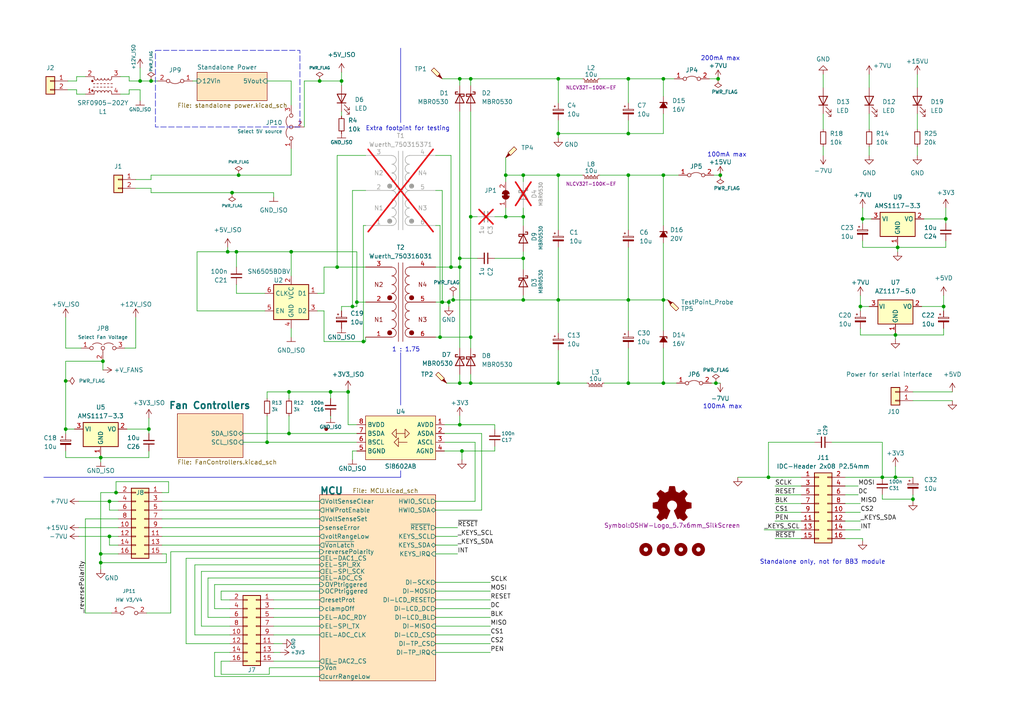
<source format=kicad_sch>
(kicad_sch (version 20230121) (generator eeschema)
  (paper "A4")
  (title_block (title "EL-Load-Power-MCU") (date "2024-09-14") (rev "${VERSION}r${PCBVERSION}"))
  (junction (at 19.05 124.46))
  (junction (at 66.04 73.025))
  (junction (at 259.715 97.155))
  (junction (at 69.215 50.8))
  (junction (at 161.925 86.995))
  (junction (at 249.555 88.9))
  (junction (at 161.925 111.125))
  (junction (at 92.71 23.495))
  (junction (at 102.235 88.9))
  (junction (at 151.765 86.995))
  (junction (at 43.815 23.495))
  (junction (at 29.21 163.195))
  (junction (at 250.19 63.5))
  (junction (at 260.35 71.755))
  (junction (at 146.685 50.8))
  (junction (at 133.35 77.47))
  (junction (at 146.685 62.865))
  (junction (at 29.21 132.715))
  (junction (at 83.82 113.665))
  (junction (at 29.21 160.655))
  (junction (at 40.64 23.495))
  (junction (at 182.245 38.735))
  (junction (at 222.885 138.43))
  (junction (at 133.35 123.19))
  (junction (at 77.47 128.27))
  (junction (at 151.765 74.93))
  (junction (at 182.245 22.86))
  (junction (at 19.05 110.49))
  (junction (at 83.82 125.73))
  (junction (at 130.81 77.47))
  (junction (at 103.505 87.63))
  (junction (at 136.525 97.79))
  (junction (at 31.75 145.415))
  (junction (at 208.28 22.86))
  (junction (at 105.41 99.06))
  (junction (at 31.75 155.575))
  (junction (at 192.405 111.125))
  (junction (at 161.925 22.86))
  (junction (at 192.405 50.8))
  (junction (at 273.685 88.9))
  (junction (at 136.525 62.865))
  (junction (at 97.79 77.47))
  (junction (at 95.885 113.665))
  (junction (at 133.985 130.81))
  (junction (at 161.925 50.8))
  (junction (at 68.58 73.025))
  (junction (at 43.18 124.46))
  (junction (at 192.405 86.995))
  (junction (at 259.715 138.43))
  (junction (at 33.655 142.875))
  (junction (at 127.635 97.79))
  (junction (at 128.27 87.63))
  (junction (at 99.06 23.495))
  (junction (at 133.35 74.93))
  (junction (at 131.445 86.995))
  (junction (at 67.31 55.88))
  (junction (at 151.765 62.865))
  (junction (at 182.245 86.995))
  (junction (at 136.525 22.86))
  (junction (at 29.845 104.775))
  (junction (at 161.925 38.735))
  (junction (at 133.35 22.86))
  (junction (at 133.35 111.125))
  (junction (at 264.795 144.78))
  (junction (at 136.525 111.125))
  (junction (at 192.405 22.86))
  (junction (at 100.965 113.665))
  (junction (at 84.455 73.025))
  (junction (at 274.32 63.5))
  (junction (at 182.245 111.125))
  (junction (at 151.765 50.8))
  (junction (at 255.905 138.43))
  (junction (at 207.645 111.125))
  (junction (at 130.175 87.63))
  (junction (at 182.245 50.8))
  (junction (at 208.915 50.8))
  (wire (pts (xy 136.525 24.765) (xy 136.525 22.86)))
  (wire (pts (xy 37.465 22.225) (xy 37.465 23.495)))
  (wire (pts (xy 103.505 73.025) (xy 103.505 87.63)))
  (wire (pts (xy 238.76 21.59) (xy 238.76 25.4)))
  (wire (pts (xy 221.615 153.67) (xy 232.41 153.67)))
  (wire (pts (xy 79.375 189.23) (xy 81.28 189.23)))
  (wire (pts (xy 128.905 125.73) (xy 139.7 125.73)))
  (wire (pts (xy 161.925 101.6) (xy 161.925 111.125)))
  (wire (pts (xy 92.71 167.64) (xy 60.325 167.64)))
  (wire (pts (xy 192.405 86.995) (xy 192.405 95.885)))
  (wire (pts (xy 77.47 113.665) (xy 83.82 113.665)))
  (wire (pts (xy 46.99 147.955) (xy 92.71 147.955)))
  (wire (pts (xy 266.065 42.545) (xy 266.065 45.085)))
  (wire (pts (xy 238.76 42.545) (xy 238.76 45.085)))
  (wire (pts (xy 260.35 71.12) (xy 260.35 71.755)))
  (wire (pts (xy 46.99 142.875) (xy 48.895 142.875)))
  (wire (pts (xy 60.325 179.07) (xy 66.675 179.07)))
  (wire (pts (xy 192.405 22.86) (xy 195.58 22.86)))
  (wire (pts (xy 126.365 181.61) (xy 142.24 181.61)))
  (wire (pts (xy 131.445 86.995) (xy 130.175 86.995)))
  (wire (pts (xy 19.685 26.035) (xy 22.225 26.035)))
  (wire (pts (xy 83.82 113.665) (xy 95.885 113.665)))
  (wire (pts (xy 19.05 104.775) (xy 29.845 104.775)))
  (wire (pts (xy 161.925 22.86) (xy 161.925 29.845)))
  (polyline (pts (xy 116.205 13.97) (xy 116.205 35.56)))
  (wire (pts (xy 273.685 95.25) (xy 273.685 97.155)))
  (wire (pts (xy 192.405 27.94) (xy 192.405 22.86)))
  (wire (pts (xy 224.79 148.59) (xy 232.41 148.59)))
  (wire (pts (xy 130.81 45.085) (xy 130.81 77.47)))
  (wire (pts (xy 130.81 77.47) (xy 133.35 77.47)))
  (wire (pts (xy 92.71 161.925) (xy 53.975 161.925)))
  (wire (pts (xy 249.555 95.25) (xy 249.555 97.155)))
  (wire (pts (xy 79.375 173.99) (xy 92.71 173.99)))
  (wire (pts (xy 213.995 138.43) (xy 222.885 138.43)))
  (wire (pts (xy 267.335 88.9) (xy 273.685 88.9)))
  (wire (pts (xy 64.135 171.45) (xy 64.135 173.99)))
  (wire (pts (xy 192.405 111.125) (xy 196.215 111.125)))
  (wire (pts (xy 250.19 156.21) (xy 250.19 156.845)))
  (wire (pts (xy 19.05 132.715) (xy 29.21 132.715)))
  (wire (pts (xy 267.97 63.5) (xy 274.32 63.5)))
  (wire (pts (xy 77.47 128.27) (xy 103.505 128.27)))
  (wire (pts (xy 43.815 55.88) (xy 67.31 55.88)))
  (wire (pts (xy 58.42 165.735) (xy 58.42 181.61)))
  (wire (pts (xy 245.11 146.05) (xy 249.555 146.05)))
  (wire (pts (xy 260.35 71.755) (xy 260.35 73.025)))
  (wire (pts (xy 182.245 71.755) (xy 182.245 86.995)))
  (wire (pts (xy 68.58 73.025) (xy 84.455 73.025)))
  (wire (pts (xy 222.885 138.43) (xy 232.41 138.43)))
  (wire (pts (xy 173.99 22.86) (xy 182.245 22.86)))
  (wire (pts (xy 79.375 184.15) (xy 92.71 184.15)))
  (wire (pts (xy 64.135 191.77) (xy 64.135 195.58)))
  (wire (pts (xy 102.235 130.81) (xy 102.235 133.35)))
  (wire (pts (xy 34.925 22.225) (xy 37.465 22.225)))
  (wire (pts (xy 273.685 85.725) (xy 273.685 88.9)))
  (wire (pts (xy 126.365 186.69) (xy 142.24 186.69)))
  (wire (pts (xy 106.045 77.47) (xy 97.79 77.47)))
  (wire (pts (xy 136.525 97.79) (xy 136.525 100.965)))
  (wire (pts (xy 57.15 90.17) (xy 76.835 90.17)))
  (wire (pts (xy 93.98 85.09) (xy 92.075 85.09)))
  (wire (pts (xy 84.455 73.025) (xy 103.505 73.025)))
  (wire (pts (xy 133.35 123.19) (xy 133.35 120.65)))
  (wire (pts (xy 192.405 33.02) (xy 192.405 38.735)))
  (wire (pts (xy 250.19 69.85) (xy 250.19 71.755)))
  (wire (pts (xy 205.74 22.86) (xy 208.28 22.86)))
  (wire (pts (xy 37.465 26.035) (xy 37.465 27.305)))
  (wire (pts (xy 250.19 71.755) (xy 260.35 71.755)))
  (wire (pts (xy 22.225 22.225) (xy 22.225 23.495)))
  (wire (pts (xy 151.765 86.995) (xy 161.925 86.995)))
  (wire (pts (xy 58.42 181.61) (xy 66.675 181.61)))
  (wire (pts (xy 146.685 50.8) (xy 151.765 50.8)))
  (wire (pts (xy 31.75 158.115) (xy 31.75 155.575)))
  (wire (pts (xy 79.375 191.77) (xy 92.71 191.77)))
  (wire (pts (xy 33.655 139.7) (xy 48.895 139.7)))
  (wire (pts (xy 126.365 65.405) (xy 127.635 65.405)))
  (polyline (pts (xy 12.7 138.43) (xy 116.205 138.43)))
  (wire (pts (xy 22.86 155.575) (xy 31.75 155.575)))
  (wire (pts (xy 99.06 88.9) (xy 99.06 90.17)))
  (wire (pts (xy 146.685 45.72) (xy 146.685 50.8)))
  (wire (pts (xy 62.23 196.215) (xy 62.23 189.23)))
  (wire (pts (xy 206.375 111.125) (xy 207.645 111.125)))
  (wire (pts (xy 143.51 62.865) (xy 146.685 62.865)))
  (wire (pts (xy 245.11 143.51) (xy 248.92 143.51)))
  (wire (pts (xy 161.925 38.735) (xy 161.925 40.005)))
  (wire (pts (xy 126.365 145.415) (xy 137.795 145.415)))
  (wire (pts (xy 128.27 55.245) (xy 128.27 87.63)))
  (wire (pts (xy 29.21 142.875) (xy 29.21 160.655)))
  (wire (pts (xy 77.47 23.495) (xy 84.455 23.495)))
  (wire (pts (xy 97.79 45.085) (xy 97.79 77.47)))
  (wire (pts (xy 43.815 54.61) (xy 43.815 55.88)))
  (wire (pts (xy 133.985 130.81) (xy 133.985 133.35)))
  (wire (pts (xy 126.365 155.575) (xy 132.715 155.575)))
  (wire (pts (xy 249.555 97.155) (xy 259.715 97.155)))
  (wire (pts (xy 64.135 195.58) (xy 78.105 195.58)))
  (wire (pts (xy 46.99 150.495) (xy 92.71 150.495)))
  (wire (pts (xy 133.35 74.93) (xy 133.35 77.47)))
  (wire (pts (xy 126.365 45.085) (xy 130.81 45.085)))
  (wire (pts (xy 43.815 50.8) (xy 69.215 50.8)))
  (wire (pts (xy 39.37 100.965) (xy 39.37 92.075)))
  (wire (pts (xy 29.21 160.655) (xy 29.21 163.195)))
  (wire (pts (xy 83.82 115.57) (xy 83.82 113.665)))
  (wire (pts (xy 79.375 55.88) (xy 79.375 57.15)))
  (wire (pts (xy 22.86 145.415) (xy 31.75 145.415)))
  (wire (pts (xy 68.58 85.09) (xy 76.835 85.09)))
  (wire (pts (xy 126.365 87.63) (xy 128.27 87.63)))
  (wire (pts (xy 106.045 97.79) (xy 106.045 99.06)))
  (wire (pts (xy 95.885 120.65) (xy 95.885 121.285)))
  (wire (pts (xy 143.51 129.54) (xy 143.51 130.81)))
  (wire (pts (xy 161.925 86.995) (xy 161.925 71.755)))
  (wire (pts (xy 175.26 111.125) (xy 182.245 111.125)))
  (wire (pts (xy 53.975 161.925) (xy 53.975 186.69)))
  (wire (pts (xy 84.455 23.495) (xy 84.455 30.48)))
  (wire (pts (xy 249.555 90.17) (xy 249.555 88.9)))
  (wire (pts (xy 126.365 77.47) (xy 130.81 77.47)))
  (wire (pts (xy 24.765 150.495) (xy 34.29 150.495)))
  (wire (pts (xy 192.405 22.86) (xy 182.245 22.86)))
  (wire (pts (xy 129.54 111.125) (xy 133.35 111.125)))
  (wire (pts (xy 161.925 86.995) (xy 182.245 86.995)))
  (wire (pts (xy 182.245 86.995) (xy 182.245 95.885)))
  (wire (pts (xy 266.065 33.02) (xy 266.065 37.465)))
  (wire (pts (xy 48.895 142.875) (xy 48.895 139.7)))
  (wire (pts (xy 88.265 36.83) (xy 88.265 23.495)))
  (wire (pts (xy 78.105 193.675) (xy 92.71 193.675)))
  (wire (pts (xy 192.405 70.485) (xy 192.405 86.995)))
  (wire (pts (xy 127.635 65.405) (xy 127.635 97.79)))
  (wire (pts (xy 255.905 138.43) (xy 259.715 138.43)))
  (polyline (pts (xy 116.205 102.235) (xy 116.205 117.475)))
  (wire (pts (xy 126.365 97.79) (xy 127.635 97.79)))
  (wire (pts (xy 182.245 100.965) (xy 182.245 111.125)))
  (wire (pts (xy 128.905 130.81) (xy 133.985 130.81)))
  (wire (pts (xy 70.485 128.27) (xy 77.47 128.27)))
  (wire (pts (xy 151.765 62.865) (xy 151.765 65.405)))
  (wire (pts (xy 136.525 62.865) (xy 136.525 97.79)))
  (wire (pts (xy 126.365 55.245) (xy 128.27 55.245)))
  (wire (pts (xy 126.365 168.91) (xy 142.24 168.91)))
  (wire (pts (xy 136.525 22.86) (xy 161.925 22.86)))
  (wire (pts (xy 255.905 128.27) (xy 255.905 138.43)))
  (wire (pts (xy 79.375 179.07) (xy 92.71 179.07)))
  (wire (pts (xy 128.27 87.63) (xy 130.175 87.63)))
  (wire (pts (xy 24.765 177.8) (xy 24.765 150.495)))
  (wire (pts (xy 66.04 71.755) (xy 66.04 73.025)))
  (wire (pts (xy 146.685 62.865) (xy 151.765 62.865)))
  (wire (pts (xy 131.445 85.725) (xy 131.445 86.995)))
  (wire (pts (xy 245.11 151.13) (xy 249.555 151.13)))
  (wire (pts (xy 49.53 160.02) (xy 49.53 177.8)))
  (wire (pts (xy 56.515 163.83) (xy 56.515 184.15)))
  (wire (pts (xy 79.375 181.61) (xy 92.71 181.61)))
  (wire (pts (xy 126.365 160.655) (xy 132.715 160.655)))
  (wire (pts (xy 92.71 169.545) (xy 62.23 169.545)))
  (wire (pts (xy 92.71 163.83) (xy 56.515 163.83)))
  (wire (pts (xy 40.64 19.685) (xy 40.64 23.495)))
  (wire (pts (xy 34.29 147.955) (xy 31.75 147.955)))
  (wire (pts (xy 31.75 145.415) (xy 34.29 145.415)))
  (wire (pts (xy 60.325 167.64) (xy 60.325 179.07)))
  (wire (pts (xy 39.37 52.07) (xy 43.815 52.07)))
  (wire (pts (xy 192.405 38.735) (xy 182.245 38.735)))
  (wire (pts (xy 46.99 158.115) (xy 92.71 158.115)))
  (wire (pts (xy 56.515 184.15) (xy 66.675 184.15)))
  (wire (pts (xy 43.18 124.46) (xy 43.18 125.73)))
  (wire (pts (xy 34.29 158.115) (xy 31.75 158.115)))
  (wire (pts (xy 192.405 50.8) (xy 196.85 50.8)))
  (wire (pts (xy 182.245 38.735) (xy 161.925 38.735)))
  (wire (pts (xy 182.245 50.8) (xy 182.245 66.675)))
  (wire (pts (xy 252.095 33.02) (xy 252.095 37.465)))
  (wire (pts (xy 19.05 104.775) (xy 19.05 110.49)))
  (wire (pts (xy 207.645 111.125) (xy 208.915 111.125)))
  (wire (pts (xy 79.375 176.53) (xy 92.71 176.53)))
  (wire (pts (xy 93.98 77.47) (xy 93.98 85.09)))
  (wire (pts (xy 264.795 144.78) (xy 264.795 145.415)))
  (wire (pts (xy 161.925 22.86) (xy 168.91 22.86)))
  (wire (pts (xy 88.265 23.495) (xy 92.71 23.495)))
  (wire (pts (xy 161.925 86.995) (xy 161.925 96.52)))
  (wire (pts (xy 126.365 158.115) (xy 132.715 158.115)))
  (wire (pts (xy 252.095 42.545) (xy 252.095 45.085)))
  (wire (pts (xy 43.815 23.495) (xy 45.72 23.495)))
  (wire (pts (xy 193.675 86.995) (xy 192.405 86.995)))
  (wire (pts (xy 136.525 111.125) (xy 161.925 111.125)))
  (wire (pts (xy 70.485 125.73) (xy 83.82 125.73)))
  (wire (pts (xy 151.765 52.705) (xy 151.765 50.8)))
  (wire (pts (xy 224.79 140.97) (xy 232.41 140.97)))
  (wire (pts (xy 22.225 26.035) (xy 22.225 27.305)))
  (wire (pts (xy 49.53 177.8) (xy 42.545 177.8)))
  (wire (pts (xy 46.99 153.035) (xy 92.71 153.035)))
  (wire (pts (xy 84.455 95.25) (xy 84.455 97.79)))
  (wire (pts (xy 29.21 132.715) (xy 29.21 133.985)))
  (wire (pts (xy 106.045 65.405) (xy 105.41 65.405)))
  (wire (pts (xy 182.245 34.925) (xy 182.245 38.735)))
  (wire (pts (xy 83.82 120.65) (xy 83.82 125.73)))
  (wire (pts (xy 143.51 124.46) (xy 143.51 123.19)))
  (wire (pts (xy 259.715 135.255) (xy 259.715 138.43)))
  (wire (pts (xy 67.31 55.88) (xy 79.375 55.88)))
  (wire (pts (xy 36.195 100.965) (xy 39.37 100.965)))
  (wire (pts (xy 255.905 144.78) (xy 264.795 144.78)))
  (wire (pts (xy 68.58 82.55) (xy 68.58 85.09)))
  (wire (pts (xy 64.135 173.99) (xy 66.675 173.99)))
  (wire (pts (xy 103.505 87.63) (xy 103.505 88.9)))
  (wire (pts (xy 130.175 88.9) (xy 130.175 87.63)))
  (wire (pts (xy 259.715 97.155) (xy 259.715 98.425)))
  (wire (pts (xy 103.505 130.81) (xy 102.235 130.81)))
  (wire (pts (xy 126.365 171.45) (xy 142.24 171.45)))
  (polyline (pts (xy 116.205 136.525) (xy 116.205 138.43)))
  (wire (pts (xy 92.71 171.45) (xy 64.135 171.45)))
  (wire (pts (xy 126.365 189.23) (xy 142.24 189.23)))
  (wire (pts (xy 143.51 123.19) (xy 133.35 123.19)))
  (wire (pts (xy 250.19 64.77) (xy 250.19 63.5)))
  (wire (pts (xy 146.685 60.325) (xy 146.685 62.865)))
  (wire (pts (xy 192.405 111.125) (xy 182.245 111.125)))
  (wire (pts (xy 126.365 176.53) (xy 142.24 176.53)))
  (wire (pts (xy 68.58 73.025) (xy 68.58 77.47)))
  (wire (pts (xy 264.795 138.43) (xy 259.715 138.43)))
  (wire (pts (xy 170.18 111.125) (xy 161.925 111.125)))
  (wire (pts (xy 92.075 90.17) (xy 93.98 90.17)))
  (wire (pts (xy 43.815 52.07) (xy 43.815 50.8)))
  (wire (pts (xy 93.98 90.17) (xy 93.98 99.06)))
  (wire (pts (xy 83.82 125.73) (xy 103.505 125.73)))
  (wire (pts (xy 105.41 99.06) (xy 106.045 99.06)))
  (wire (pts (xy 103.505 87.63) (xy 106.045 87.63)))
  (wire (pts (xy 133.35 77.47) (xy 133.35 100.965)))
  (wire (pts (xy 97.79 45.085) (xy 106.045 45.085)))
  (wire (pts (xy 241.3 128.27) (xy 255.905 128.27)))
  (wire (pts (xy 137.795 145.415) (xy 137.795 128.27)))
  (wire (pts (xy 36.83 124.46) (xy 43.18 124.46)))
  (wire (pts (xy 252.095 21.59) (xy 252.095 25.4)))
  (wire (pts (xy 264.795 116.205) (xy 276.225 116.205)))
  (wire (pts (xy 22.86 153.035) (xy 34.29 153.035)))
  (wire (pts (xy 249.555 85.725) (xy 249.555 88.9)))
  (wire (pts (xy 100.965 113.03) (xy 100.965 113.665)))
  (wire (pts (xy 40.64 23.495) (xy 43.815 23.495)))
  (wire (pts (xy 19.05 92.075) (xy 19.05 100.965)))
  (wire (pts (xy 92.71 23.495) (xy 99.06 23.495)))
  (wire (pts (xy 37.465 27.305) (xy 34.925 27.305)))
  (wire (pts (xy 43.18 130.81) (xy 43.18 132.715)))
  (wire (pts (xy 102.235 55.245) (xy 102.235 88.9)))
  (wire (pts (xy 224.79 156.21) (xy 232.41 156.21)))
  (wire (pts (xy 77.47 115.57) (xy 77.47 113.665)))
  (wire (pts (xy 62.23 176.53) (xy 66.675 176.53)))
  (wire (pts (xy 245.11 138.43) (xy 255.905 138.43)))
  (wire (pts (xy 143.51 130.81) (xy 133.985 130.81)))
  (wire (pts (xy 245.11 148.59) (xy 249.555 148.59)))
  (wire (pts (xy 274.32 71.755) (xy 260.35 71.755)))
  (wire (pts (xy 43.18 121.285) (xy 43.18 124.46)))
  (wire (pts (xy 143.51 74.93) (xy 151.765 74.93)))
  (wire (pts (xy 273.685 97.155) (xy 259.715 97.155)))
  (wire (pts (xy 266.065 21.59) (xy 266.065 25.4)))
  (wire (pts (xy 182.245 86.995) (xy 192.405 86.995)))
  (wire (pts (xy 100.965 123.19) (xy 103.505 123.19)))
  (wire (pts (xy 62.23 189.23) (xy 66.675 189.23)))
  (wire (pts (xy 126.365 153.035) (xy 132.715 153.035)))
  (wire (pts (xy 128.905 128.27) (xy 137.795 128.27)))
  (wire (pts (xy 62.23 169.545) (xy 62.23 176.53)))
  (wire (pts (xy 66.04 73.025) (xy 57.15 73.025)))
  (wire (pts (xy 133.35 74.93) (xy 138.43 74.93)))
  (wire (pts (xy 93.98 99.06) (xy 105.41 99.06)))
  (wire (pts (xy 77.47 120.65) (xy 77.47 128.27)))
  (wire (pts (xy 78.105 195.58) (xy 78.105 193.675)))
  (wire (pts (xy 39.37 54.61) (xy 43.815 54.61)))
  (wire (pts (xy 95.885 113.665) (xy 100.965 113.665)))
  (wire (pts (xy 274.32 60.325) (xy 274.32 63.5)))
  (wire (pts (xy 84.455 43.18) (xy 84.455 50.8)))
  (wire (pts (xy 222.885 128.27) (xy 222.885 138.43)))
  (wire (pts (xy 22.225 27.305) (xy 24.765 27.305)))
  (wire (pts (xy 106.045 55.245) (xy 102.235 55.245)))
  (wire (pts (xy 69.215 50.8) (xy 84.455 50.8)))
  (wire (pts (xy 274.32 69.85) (xy 274.32 71.755)))
  (wire (pts (xy 37.465 23.495) (xy 40.64 23.495)))
  (wire (pts (xy 29.21 163.195) (xy 48.26 163.195)))
  (wire (pts (xy 273.685 88.9) (xy 273.685 90.17)))
  (wire (pts (xy 33.655 139.7) (xy 33.655 142.875)))
  (wire (pts (xy 66.675 191.77) (xy 64.135 191.77)))
  (wire (pts (xy 31.75 155.575) (xy 34.29 155.575)))
  (wire (pts (xy 151.765 73.025) (xy 151.765 74.93)))
  (wire (pts (xy 100.965 113.665) (xy 100.965 123.19)))
  (wire (pts (xy 238.76 33.02) (xy 238.76 37.465)))
  (wire (pts (xy 139.7 125.73) (xy 139.7 147.955)))
  (wire (pts (xy 250.19 60.325) (xy 250.19 63.5)))
  (wire (pts (xy 151.765 50.8) (xy 161.925 50.8)))
  (wire (pts (xy 151.765 85.725) (xy 151.765 86.995)))
  (wire (pts (xy 40.64 26.035) (xy 37.465 26.035)))
  (wire (pts (xy 19.05 130.81) (xy 19.05 132.715)))
  (wire (pts (xy 255.905 143.51) (xy 255.905 144.78)))
  (wire (pts (xy 105.41 65.405) (xy 105.41 99.06)))
  (wire (pts (xy 161.925 50.8) (xy 168.91 50.8)))
  (wire (pts (xy 224.79 151.13) (xy 232.41 151.13)))
  (wire (pts (xy 146.685 52.705) (xy 146.685 50.8)))
  (wire (pts (xy 127.635 97.79) (xy 136.525 97.79)))
  (wire (pts (xy 133.35 22.86) (xy 133.35 24.765)))
  (wire (pts (xy 249.555 88.9) (xy 252.095 88.9)))
  (wire (pts (xy 97.79 77.47) (xy 93.98 77.47)))
  (wire (pts (xy 126.365 179.07) (xy 142.24 179.07)))
  (wire (pts (xy 33.655 142.875) (xy 34.29 142.875)))
  (wire (pts (xy 161.925 66.675) (xy 161.925 50.8)))
  (wire (pts (xy 245.11 156.21) (xy 250.19 156.21)))
  (wire (pts (xy 79.375 186.69) (xy 81.915 186.69)))
  (wire (pts (xy 151.765 74.93) (xy 151.765 78.105)))
  (wire (pts (xy 53.975 186.69) (xy 66.675 186.69)))
  (wire (pts (xy 103.505 88.9) (xy 102.235 88.9)))
  (wire (pts (xy 46.99 145.415) (xy 92.71 145.415)))
  (wire (pts (xy 192.405 65.405) (xy 192.405 50.8)))
  (wire (pts (xy 133.35 111.125) (xy 136.525 111.125)))
  (wire (pts (xy 161.925 34.925) (xy 161.925 38.735)))
  (wire (pts (xy 31.75 147.955) (xy 31.75 145.415)))
  (wire (pts (xy 46.99 155.575) (xy 92.71 155.575)))
  (wire (pts (xy 133.35 32.385) (xy 133.35 74.93)))
  (wire (pts (xy 264.795 143.51) (xy 264.795 144.78)))
  (wire (pts (xy 92.71 160.02) (xy 49.53 160.02)))
  (wire (pts (xy 173.99 50.8) (xy 182.245 50.8)))
  (wire (pts (xy 29.21 163.195) (xy 29.21 165.1)))
  (wire (pts (xy 264.795 113.665) (xy 276.225 113.665)))
  (wire (pts (xy 43.18 132.715) (xy 29.21 132.715)))
  (wire (pts (xy 136.525 111.125) (xy 136.525 108.585)))
  (wire (pts (xy 19.05 110.49) (xy 19.05 124.46)))
  (wire (pts (xy 250.19 63.5) (xy 252.73 63.5)))
  (wire (pts (xy 136.525 22.86) (xy 133.35 22.86)))
  (wire (pts (xy 136.525 32.385) (xy 136.525 62.865)))
  (wire (pts (xy 245.11 140.97) (xy 248.92 140.97)))
  (wire (pts (xy 151.765 60.325) (xy 151.765 62.865)))
  (wire (pts (xy 19.05 124.46) (xy 21.59 124.46)))
  (wire (pts (xy 131.445 86.995) (xy 151.765 86.995)))
  (wire (pts (xy 46.99 160.655) (xy 48.26 160.655)))
  (wire (pts (xy 57.15 73.025) (xy 57.15 90.17)))
  (wire (pts (xy 207.01 50.8) (xy 208.915 50.8)))
  (wire (pts (xy 128.905 123.19) (xy 133.35 123.19)))
  (wire (pts (xy 29.21 132.08) (xy 29.21 132.715)))
  (wire (pts (xy 182.245 22.86) (xy 182.245 29.845)))
  (wire (pts (xy 99.06 20.955) (xy 99.06 23.495)))
  (wire (pts (xy 92.71 165.735) (xy 58.42 165.735)))
  (wire (pts (xy 236.22 128.27) (xy 222.885 128.27)))
  (wire (pts (xy 274.32 63.5) (xy 274.32 64.77)))
  (wire (pts (xy 84.455 73.025) (xy 84.455 80.01)))
  (wire (pts (xy 126.365 184.15) (xy 142.24 184.15)))
  (wire (pts (xy 245.11 153.67) (xy 249.555 153.67)))
  (wire (pts (xy 40.64 26.035) (xy 40.64 29.21)))
  (wire (pts (xy 139.7 147.955) (xy 126.365 147.955)))
  (wire (pts (xy 128.27 22.86) (xy 133.35 22.86)))
  (wire (pts (xy 19.05 100.965) (xy 23.495 100.965)))
  (wire (pts (xy 24.765 22.225) (xy 22.225 22.225)))
  (wire (pts (xy 48.26 160.655) (xy 48.26 163.195)))
  (wire (pts (xy 126.365 173.99) (xy 142.24 173.99)))
  (wire (pts (xy 130.175 86.995) (xy 130.175 87.63)))
  (wire (pts (xy 102.235 88.9) (xy 99.06 88.9)))
  (wire (pts (xy 133.35 108.585) (xy 133.35 111.125)))
  (wire (pts (xy 95.885 115.57) (xy 95.885 113.665)))
  (wire (pts (xy 224.79 146.05) (xy 232.41 146.05)))
  (wire (pts (xy 99.06 23.495) (xy 99.06 24.765)))
  (wire (pts (xy 32.385 177.8) (xy 24.765 177.8)))
  (wire (pts (xy 92.71 196.215) (xy 62.23 196.215)))
  (wire (pts (xy 19.05 125.73) (xy 19.05 124.46)))
  (wire (pts (xy 99.06 32.385) (xy 99.06 33.655)))
  (wire (pts (xy 29.845 104.775) (xy 29.845 107.315)))
  (wire (pts (xy 259.715 96.52) (xy 259.715 97.155)))
  (wire (pts (xy 136.525 62.865) (xy 138.43 62.865)))
  (wire (pts (xy 66.04 73.025) (xy 68.58 73.025)))
  (wire (pts (xy 29.21 142.875) (xy 33.655 142.875)))
  (wire (pts (xy 22.225 23.495) (xy 19.685 23.495)))
  (wire (pts (xy 192.405 50.8) (xy 182.245 50.8)))
  (wire (pts (xy 224.79 143.51) (xy 232.41 143.51)))
  (wire (pts (xy 192.405 100.965) (xy 192.405 111.125)))
  (wire (pts (xy 29.21 160.655) (xy 34.29 160.655)))
  (wire (pts (xy 55.88 23.495) (xy 57.15 23.495)))
  (rectangle (start 45.085 14.605) (end 86.995 36.83) (stroke (width 0) (type dash)))
  (text "100mA max" (at 203.835 118.745 0) (effects (font (size 1.27 1.27)) (justify left bottom)))
  (text "1 : 1.75" (at 113.665 102.235 0) (effects (font (size 1.27 1.27)) (justify left bottom)))
  (text "Standalone only, not for BB3 module" (at 220.345 163.83 0) (effects (font (size 1.27 1.27)) (justify left bottom)))
  (text "200mA max" (at 203.2 17.78 0) (effects (font (size 1.27 1.27)) (justify left bottom)))
  (text "100mA max" (at 205.105 45.72 0) (effects (font (size 1.27 1.27)) (justify left bottom)))
  (text "Extra footpint for testing" (at 106.045 38.1 0) (effects (font (size 1.27 1.27)) (justify left bottom)))
  (label "~{RESET}" (at 224.79 156.21 0))
  (label "CS1" (at 142.24 184.15 0))
  (label "MOSI" (at 142.24 171.45 0))
  (label "MOSI" (at 248.92 140.97 0))
  (label "RESET" (at 142.24 173.99 0))
  (label "SCLK" (at 224.79 140.97 0))
  (label "_KEYS_SCL" (at 221.615 153.67 0))
  (label "DC" (at 248.92 143.51 0))
  (label "_KEYS_SCL" (at 132.715 155.575 0))
  (label "DC" (at 142.24 176.53 0))
  (label "CS2" (at 142.24 186.69 0))
  (label "SCLK" (at 142.24 168.91 0))
  (label "PEN" (at 142.24 189.23 0))
  (label "BLK" (at 224.79 146.05 0))
  (label "~{RESET}" (at 132.715 153.035 0))
  (label "BLK" (at 142.24 179.07 0))
  (label "CS2" (at 249.555 148.59 0))
  (label "INT" (at 132.715 160.655 0))
  (label "_KEYS_SDA" (at 249.555 151.13 0))
  (label "PEN" (at 224.79 151.13 0))
  (label "RESET" (at 224.79 143.51 0))
  (label "_reversePolarity" (at 24.765 162.56 270))
  (label "MISO" (at 249.555 146.05 0))
  (label "INT" (at 249.555 153.67 0))
  (label "_KEYS_SDA" (at 132.715 158.115 0))
  (label "CS1" (at 224.79 148.59 0))
  (label "MISO" (at 142.24 181.61 0))
  (symbol (lib_id "power:GND") (at 264.795 145.415 0) (unit 1)
    (property "Reference" "#PWR092" (effects hide))
    (property "Value" "GND" (effects hide))
  )
  (symbol (lib_id "EL-Load-Power:+15VU") (at 266.065 21.59 0) (unit 1)
    (property "Reference" "#PWR051" (effects hide))
    (property "Value" "+15VU" (at 266.065 17.78 0))
  )
  (symbol (lib_id "Mechanical:MountingHole") (at 187.325 159.385 0) (unit 1) (in_bom no)
    (property "Reference" "H1" (effects hide))
    (property "Value" "MountingHole" (effects hide))
    (property "Footprint" "MountingHole:MountingHole_3.2mm_M3_ISO14580" (effects hide))
  )
  (symbol (lib_id "Device:C_Small") (at 140.97 74.93 270) (mirror x) (unit 1)
    (property "Reference" "C2" (at 142.2337 77.47 0) (effects (justify right)))
    (property "Value" "1u" (at 139.6937 77.47 0) (effects (justify right)))
    (property "Footprint" "Capacitor_SMD:C_0805_2012Metric" (effects hide))
    (property "Part_Name" "C_1.0uF_0805_20%" (effects hide))
  )
  (symbol (lib_id "Device:C_Small") (at 143.51 127 180) (unit 1)
    (property "Reference" "C17" (at 145.415 127.635 0) (effects (font (size 1 1)) (justify right)))
    (property "Value" "100n" (at 145.415 125.73 0) (effects (font (size 1 1)) (justify right)))
    (property "Footprint" "Capacitor_SMD:C_0805_2012Metric" (effects hide))
    (property "Part_Name" "C_100.0nF_50V_0805_10%_X7R" (effects hide))
  )
  (symbol (lib_id "Connector:TestPoint_Probe") (at 146.685 45.72 0) (unit 1)
    (property "Reference" "TP4" (at 151.13 42.8625 0) (effects (justify left)))
    (property "Value" "TestPoint_Probe" (effects hide))
    (property "Footprint" "TestPoint:TestPoint_Loop_D2.54mm_Drill1.5mm_Beaded" (effects hide))
  )
  (symbol (lib_id "EL-Load-Power:+15VU") (at 22.86 153.035 90) (unit 1)
    (property "Reference" "#PWR047" (effects hide))
    (property "Value" "+15VU" (at 16.51 153.035 90))
  )
  (symbol (lib_id "Device:LED") (at 252.095 29.21 90) (unit 1)
    (property "Reference" "D12" (at 255.905 29.5275 90) (effects (justify right)))
    (property "Value" "LED" (at 255.905 32.0675 90) (effects (justify right)))
    (property "Footprint" "LED_SMD:LED_0805_2012Metric" (effects hide))
    (property "Part_Name" "D_LED_Groen_0805" (effects hide))
  )
  (symbol (lib_id "EL-Load-Power:-7VU") (at 208.915 111.125 180) (unit 1)
    (property "Reference" "#PWR024" (effects hide))
    (property "Value" "-7VU" (at 208.915 115.57 0))
  )
  (symbol (lib_id "EL-Load-Power:Transformer_2P_2S") (at 116.205 87.63 0) (mirror x) (unit 1)
    (property "Reference" "T2" (at 116.205 71.755 0))
    (property "Value" "Wuerth_750316031" (at 116.205 74.295 0))
    (property "Footprint" "EL-Load-Power:L_Wuerth_750316031" (effects hide))
    (property "Part_Name" "T_1:1:1.75:1.75_185uH_SMD" (effects hide))
  )
  (symbol (lib_id "EL-Load-Power:-7VU") (at 238.76 45.085 180) (unit 1)
    (property "Reference" "#PWR088" (effects hide))
    (property "Value" "-7VU" (at 238.76 49.53 0))
  )
  (symbol (lib_id "Jumper:Jumper_2_Bridged") (at 201.295 111.125 0) (unit 1)
    (property "Reference" "JP6" (at 201.295 108.585 0))
    (property "Value" "Jumper_2_Bridged" (effects hide))
    (property "Footprint" "Connector_PinHeader_2.54mm:PinHeader_1x02_P2.54mm_Vertical" (effects hide))
    (property "Part_Name" "H_Male_1x40_vertical_THT " (effects hide))
    (property "Consumable" "1" (effects hide))
  )
  (symbol (lib_id "power:PWR_FLAG") (at 19.05 110.49 270) (unit 1)
    (property "Reference" "#FLG07" (effects hide))
    (property "Value" "PWR_FLAG" (at 26.67 110.49 90) (effects (font (size 1 1))))
  )
  (symbol (lib_id "power:GND") (at 133.985 133.35 0) (unit 1)
    (property "Reference" "#PWR017" (effects hide))
    (property "Value" "GND" (effects hide))
  )
  (symbol (lib_id "Jumper:Jumper_2_Open") (at 37.465 177.8 0) (unit 1)
    (property "Reference" "JP11" (at 37.465 171.45 0) (effects (font (size 1 1))))
    (property "Value" "HW V3/V4" (at 37.465 173.99 0) (effects (font (size 1 1))))
    (property "Footprint" "Connector_PinHeader_2.54mm:PinHeader_1x02_P2.54mm_Vertical" (effects hide))
    (property "Consumable" "1" (effects hide))
    (property "Part_Name" "H_Male_1x40_vertical_THT " (effects hide))
  )
  (symbol (lib_id "EL-Load-Power:+7VU") (at 22.86 145.415 90) (unit 1)
    (property "Reference" "#PWR046" (effects hide))
    (property "Value" "+7VU" (at 17.145 145.415 90))
  )
  (symbol (lib_id "Mechanical:MountingHole") (at 202.565 159.385 0) (unit 1) (in_bom no)
    (property "Reference" "H4" (effects hide))
    (property "Value" "MountingHole" (effects hide))
    (property "Footprint" "MountingHole:MountingHole_3.2mm_M3_ISO14580" (effects hide))
  )
  (symbol (lib_id "Jumper:Jumper_2_Bridged") (at 201.93 50.8 0) (unit 1)
    (property "Reference" "JP5" (at 201.93 48.26 0))
    (property "Value" "Jumper_2_Bridged" (effects hide))
    (property "Footprint" "Connector_PinHeader_2.54mm:PinHeader_1x02_P2.54mm_Vertical" (effects hide))
    (property "Part_Name" "H_Male_1x40_vertical_THT " (effects hide))
    (property "Consumable" "1" (effects hide))
  )
  (symbol (lib_id "Device:C_Small") (at 238.76 128.27 270) (unit 1)
    (property "Reference" "C29" (at 239.395 126.365 0) (effects (font (size 1 1)) (justify right)))
    (property "Value" "1u" (at 237.49 126.365 0) (effects (font (size 1 1)) (justify right)))
    (property "Footprint" "Capacitor_SMD:C_0805_2012Metric" (effects hide))
    (property "Part_Name" "C_1.0uF_0805_20%" (effects hide))
  )
  (symbol (lib_id "EL-Load-Power:GND ISO") (at 29.21 133.985 0) (unit 1)
    (property "Reference" "#PWR069" (effects hide))
    (property "Value" "GND ISO" (at 29.21 136.525 0))
  )
  (symbol (lib_id "Connector_Generic:Conn_01x02") (at 34.29 52.07 0) (mirror y) (unit 1)
    (property "Reference" "J1" (at 34.29 48.26 0))
    (property "Value" "Conn_01x02" (effects hide))
    (property "Footprint" "Connector_Phoenix_MC:PhoenixContact_MCV_1,5_2-G-3.81_1x02_P3.81mm_Vertical" (effects hide))
    (property "Part_Name" "H_Plug_2P_3.81MM_PCB_VERT " (effects hide))
  )
  (symbol (lib_id "Device:C_Polarized_Small") (at 161.925 32.385 0) (unit 1)
    (property "Reference" "C4" (at 164.465 30.5689 0) (effects (justify left)))
    (property "Value" "10u" (at 164.465 33.1089 0) (effects (justify left)))
    (property "Footprint" "Capacitor_SMD:CP_Elec_5x5.8" (effects hide))
    (property "MPN" "EEE-FK1V470P" (effects hide))
    (property "Part_Name" "C_10uF_50V_Elec_5" (effects hide))
  )
  (symbol (lib_id "Diode:MBR0530") (at 133.35 104.775 90) (mirror x) (unit 1)
    (property "Reference" "D7" (at 130.81 102.87 90) (effects (justify left)))
    (property "Value" "MBR0530" (at 131.445 105.41 90) (effects (justify left)))
    (property "Footprint" "Diode_SMD:D_SOD-123" (effects hide))
    (property "Datasheet" "http://www.mccsemi.com/up_pdf/MBR0520~MBR0580(SOD123).pdf" (effects hide))
    (property "MPN" "MBR0530T1G" (effects hide))
    (property "Part_Name" "D_MBR0530T " (effects hide))
  )
  (symbol (lib_id "EL-Load-Power:+12V ISO") (at 39.37 92.075 0) (unit 1)
    (property "Reference" "#PWR05" (effects hide))
    (property "Value" "+12V ISO" (at 39.37 88.265 0))
  )
  (symbol (lib_id "Connector_Generic:Conn_02x08_Odd_Even") (at 74.295 181.61 0) (mirror y) (unit 1)
    (property "Reference" "J7" (at 73.025 194.31 0))
    (property "Value" "PinHeader 2x08 P2.54mm" (effects hide))
    (property "Footprint" "Connector_PinHeader_2.54mm:PinHeader_2x08_P2.54mm_Vertical" (effects hide))
    (property "Part_Name" "H_Male_1x40_vertical_THT " (effects hide))
    (property "Consumable" "1" (effects hide))
  )
  (symbol (lib_id "Device:R_Small") (at 238.76 40.005 0) (unit 1)
    (property "Reference" "R18" (at 240.665 38.735 0) (effects (justify left)))
    (property "Value" "10k" (at 240.665 41.275 0) (effects (justify left)))
    (property "Footprint" "Resistor_SMD:R_0805_2012Metric" (effects hide))
    (property "Part_Name" "R_10.0kΩ_0805_1%" (effects hide))
  )
  (symbol (lib_id "EL-Load-Power:+7VU") (at 250.19 60.325 0) (unit 1)
    (property "Reference" "#PWR07" (effects hide))
    (property "Value" "+7VU" (at 250.19 56.515 0))
  )
  (symbol (lib_id "EL-Load-Power:GND ISO") (at 102.235 133.35 0) (unit 1)
    (property "Reference" "#PWR068" (effects hide))
    (property "Value" "GND ISO" (at 102.235 135.89 0))
  )
  (symbol (lib_id "Regulator_Linear:AMS1117-3.3") (at 29.21 124.46 0) (unit 1)
    (property "Reference" "U5" (at 29.21 118.11 0))
    (property "Value" "AMS1117-3.3" (at 29.21 120.65 0))
    (property "Footprint" "Package_TO_SOT_SMD:SOT-223-3_TabPin2" (effects hide))
    (property "Datasheet" "http://www.advanced-monolithic.com/pdf/ds1117.pdf" (effects hide))
    (property "Part_Name" "U_AMS1117-3.3" (effects hide))
  )
  (symbol (lib_id "Connector_Generic:Conn_02x08_Odd_Even") (at 41.91 150.495 0) (mirror y) (unit 1)
    (property "Reference" "J8" (at 40.64 142.875 0))
    (property "Value" "PinHeader 2x08 P2.54mm" (effects hide))
    (property "Footprint" "Connector_PinHeader_2.54mm:PinHeader_2x08_P2.54mm_Vertical" (effects hide))
    (property "Part_Name" "H_Male_1x40_vertical_THT " (effects hide))
    (property "Consumable" "1" (effects hide))
  )
  (symbol (lib_id "power:PWR_FLAG") (at 92.71 23.495 0) (unit 1)
    (property "Reference" "#FLG09" (effects hide))
    (property "Value" "PWR_FLAG" (at 92.71 19.685 0) (effects (font (size 0.8 0.8))))
  )
  (symbol (lib_id "Mechanical:MountingHole") (at 197.485 159.385 0) (unit 1) (in_bom no)
    (property "Reference" "H3" (effects hide))
    (property "Value" "MountingHole" (effects hide))
    (property "Footprint" "MountingHole:MountingHole_3.2mm_M3_ISO14580" (effects hide))
  )
  (symbol (lib_id "Device:R_Small") (at 266.065 40.005 0) (unit 1)
    (property "Reference" "R25" (at 267.97 38.735 0) (effects (justify left)))
    (property "Value" "20k" (at 267.97 41.275 0) (effects (justify left)))
    (property "Footprint" "Resistor_SMD:R_0805_2012Metric" (effects hide))
    (property "Part_Name" "R_20.0kΩ_0805_1%" (effects hide))
  )
  (symbol (lib_id "Device:C_Polarized_Small") (at 182.245 69.215 0) (unit 1)
    (property "Reference" "C6" (at 185.42 67.3989 0) (effects (justify left)))
    (property "Value" "10u" (at 185.42 69.9389 0) (effects (justify left)))
    (property "Footprint" "Capacitor_SMD:CP_Elec_5x5.8" (effects hide))
    (property "MPN" "EEE-FK1V470P" (effects hide))
    (property "Part_Name" "C_10uF_50V_Elec_5" (effects hide))
  )
  (symbol (lib_id "Device:LED") (at 238.76 29.21 90) (unit 1)
    (property "Reference" "D13" (at 242.57 29.5275 90) (effects (justify right)))
    (property "Value" "LED" (at 242.57 32.0675 90) (effects (justify right)))
    (property "Footprint" "LED_SMD:LED_0805_2012Metric" (effects hide))
    (property "Part_Name" "D_LED_Groen_0805" (effects hide))
  )
  (symbol (lib_id "Device:L_Ferrite_Coupled_1423") (at 29.845 24.765 0) (mirror x) (unit 1)
    (property "Reference" "L1" (at 29.845 32.385 0))
    (property "Value" "SRF0905-202Y" (at 29.845 29.845 0))
    (property "Footprint" "EL-Load-Power:L_Bourns_SRF1260" (effects hide))
    (property "MPN" "SRF0905-202Y" (effects hide))
    (property "Part_Name" "LC_2000uH_0.6A_0905" (effects hide))
  )
  (symbol (lib_id "Device:L_Ferrite_Small") (at 171.45 50.8 270) (unit 1)
    (property "Reference" "L8" (at 170.18 47.625 90) (effects (justify left)))
    (property "Value" "10u " (at 169.545 49.53 90) (effects (justify left)))
    (property "Footprint" "Inductor_SMD:L_1210_3225Metric" (effects hide))
    (property "Datasheet" "https://product.tdk.com/system/files/dam/doc/product/inductor/inductor/smd/catalog/inductor_commercial_decoupling_nlcv32-ef_en.pdf" (effects hide))
    (property "MPN" "NLCV32T-100K-EF" (at 171.45 53.34 90) (effects (font (size 1 1))))
    (property "Part_Name" "L_10uH_480mohm_450mA_" (effects hide))
  )
  (symbol (lib_id "EL-Load-Power:+12V ISO") (at 40.64 19.685 0) (unit 1)
    (property "Reference" "#PWR056" (effects hide))
    (property "Value" "+12V ISO" (at 38.735 16.51 90) (effects (font (size 1 1))))
  )
  (symbol (lib_id "power:+3V3") (at 259.715 135.255 0) (unit 1)
    (property "Reference" "#PWR042" (effects hide))
    (property "Value" "+3V3" (at 259.715 131.445 0))
  )
  (symbol (lib_id "Device:L_Ferrite_Small") (at 171.45 22.86 270) (unit 1)
    (property "Reference" "L2" (at 170.18 19.685 90) (effects (justify left)))
    (property "Value" "10u " (at 169.545 21.59 90) (effects (justify left)))
    (property "Footprint" "Inductor_SMD:L_1210_3225Metric" (effects hide))
    (property "Datasheet" "https://product.tdk.com/system/files/dam/doc/product/inductor/inductor/smd/catalog/inductor_commercial_decoupling_nlcv32-ef_en.pdf" (effects hide))
    (property "MPN" "NLCV32T-100K-EF" (at 171.45 25.4 90) (effects (font (size 1 1))))
    (property "Part_Name" "L_10uH_480mohm_450mA_" (effects hide))
  )
  (symbol (lib_id "Diode:MBR0530") (at 151.765 81.915 270) (unit 1)
    (property "Reference" "D3" (at 154.94 80.645 0) (effects (justify left)))
    (property "Value" "MBR0530" (at 156.845 78.105 0) (effects (font (size 1 1)) (justify left)))
    (property "Footprint" "Diode_SMD:D_SOD-123" (effects hide))
    (property "Datasheet" "http://www.mccsemi.com/up_pdf/MBR0520~MBR0580(SOD123).pdf" (effects hide))
    (property "MPN" "MBR0530T1G" (effects hide))
    (property "Part_Name" "D_MBR0530T " (effects hide))
  )
  (symbol (lib_id "Device:LED") (at 99.06 28.575 90) (unit 1)
    (property "Reference" "D6" (at 102.87 28.8925 90) (effects (justify right)))
    (property "Value" "LED" (at 102.87 31.4325 90) (effects (justify right)))
    (property "Footprint" "LED_SMD:LED_0805_2012Metric" (effects hide))
    (property "Part_Name" "D_LED_Groen_0805" (effects hide))
  )
  (symbol (lib_id "power:PWR_FLAG") (at 131.445 85.725 0) (unit 1)
    (property "Reference" "#FLG03" (effects hide))
    (property "Value" "PWR_FLAG" (at 129.54 81.915 0) (effects (font (size 1 1))))
  )
  (symbol (lib_id "Device:C_Polarized_Small") (at 161.925 69.215 0) (unit 1)
    (property "Reference" "C1" (at 165.1 67.3989 0) (effects (justify left)))
    (property "Value" "10u" (at 165.1 69.9389 0) (effects (justify left)))
    (property "Footprint" "Capacitor_SMD:CP_Elec_5x5.8" (effects hide))
    (property "MPN" "EEE-FK1V470P" (effects hide))
    (property "Part_Name" "C_10uF_50V_Elec_5" (effects hide))
  )
  (symbol (lib_id "Device:C_Polarized_Small") (at 19.05 128.27 0) (unit 1)
    (property "Reference" "C18" (at 16.51 127.0063 0) (effects (justify right)))
    (property "Value" "10u" (at 16.51 129.5463 0) (effects (justify right)))
    (property "Footprint" "Capacitor_SMD:CP_Elec_5x5.8" (effects hide))
    (property "Part_Name" "C_10uF_50V_Elec_5" (effects hide))
  )
  (symbol (lib_id "EL-Load-Power:-7VU") (at 22.86 155.575 90) (unit 1)
    (property "Reference" "#PWR049" (effects hide))
    (property "Value" "-7VU" (at 19.685 155.575 90) (effects (justify left)))
  )
  (symbol (lib_id "Connector:TestPoint_Probe") (at 128.27 22.86 0) (mirror y) (unit 1)
    (property "Reference" "TP1" (at 123.825 20.0025 0) (effects (justify left)))
    (property "Value" "TestPoint_Probe" (effects hide))
    (property "Footprint" "TestPoint:TestPoint_Loop_D2.54mm_Drill1.5mm_Beaded" (effects hide))
  )
  (symbol (lib_id "Device:C_Small") (at 140.97 62.865 270) (mirror x) (unit 1) (in_bom no) (on_board no) (dnp yes)
    (property "Reference" "C3" (at 142.2337 65.405 0) (effects (justify right)))
    (property "Value" "1u" (at 139.6937 65.405 0) (effects (justify right)))
    (property "Footprint" "Capacitor_SMD:C_0805_2012Metric" (effects hide))
    (property "Part_Name" "C_1.0uF_0805_20%" (effects hide))
  )
  (symbol (lib_id "power:GND") (at 213.995 138.43 0) (unit 1)
    (property "Reference" "#PWR039" (effects hide))
    (property "Value" "GND" (effects hide))
  )
  (symbol (lib_id "EL-Load-Power:Transformer_2P_2S") (at 116.205 55.245 0) (mirror x) (unit 1) (in_bom no) (dnp yes)
    (property "Reference" "T1" (at 116.205 39.37 0))
    (property "Value" "Wuerth_750315371" (at 116.205 41.91 0))
    (property "Footprint" "EL-Load-Power:L_Wuerth_750315371" (effects hide))
  )
  (symbol (lib_id "power:PWR_FLAG") (at 208.28 22.86 180) (unit 1)
    (property "Reference" "#FLG05" (effects hide))
    (property "Value" "PWR_FLAG" (at 210.185 26.67 0) (effects (font (size 1 1))))
  )
  (symbol (lib_id "Isolators:Si8602AD") (at 116.205 125.73 0) (mirror y) (unit 1)
    (property "Reference" "U4" (at 116.205 119.38 0))
    (property "Value" "Si8602AB" (at 116.205 135.255 0))
    (property "Footprint" "Package_SO:SOIC-8_3.9x4.9mm_P1.27mm" (effects hide))
    (property "Part_Name" "U_SI8602AB-B-IS " (effects hide))
  )
  (symbol (lib_id "EL-Load-Power:+7VU") (at 208.28 22.86 0) (unit 1)
    (property "Reference" "#PWR048" (effects hide))
    (property "Value" "+7VU" (at 208.28 19.05 0))
  )
  (symbol (lib_id "Device:R_Small") (at 77.47 118.11 0) (unit 1)
    (property "Reference" "R13" (at 78.74 116.84 0) (effects (font (size 1 1)) (justify left)))
    (property "Value" "3k" (at 78.74 118.745 0) (effects (font (size 1 1)) (justify left)))
    (property "Footprint" "Resistor_SMD:R_0805_2012Metric" (effects hide))
    (property "Part_Name" "R_3.0kΩ_0805_1%" (effects hide))
  )
  (symbol (lib_id "Jumper:Jumper_3_Open") (at 29.845 100.965 0) (unit 1)
    (property "Reference" "JP8" (at 29.845 95.25 0))
    (property "Value" "Select Fan Voltage" (at 29.845 97.79 0) (effects (font (size 1 1))))
    (property "Footprint" "Connector_PinHeader_2.54mm:PinHeader_1x03_P2.54mm_Vertical" (effects hide))
    (property "Consumable" "1" (effects hide))
    (property "Part_Name" "H_Male_1x40_vertical_THT " (effects hide))
  )
  (symbol (lib_id "Device:R_Small") (at 99.06 36.195 0) (unit 1)
    (property "Reference" "R4" (at 100.965 34.925 0) (effects (justify left)))
    (property "Value" "10k" (at 100.965 37.465 0) (effects (justify left)))
    (property "Footprint" "Resistor_SMD:R_0805_2012Metric" (effects hide))
    (property "Part_Name" "R_10.0kΩ_0805_1%" (effects hide))
  )
  (symbol (lib_id "power:+3V3") (at 133.35 120.65 0) (unit 1)
    (property "Reference" "#PWR016" (effects hide))
    (property "Value" "+3V3" (at 133.35 116.84 0))
  )
  (symbol (lib_id "power:GND") (at 250.19 156.845 0) (unit 1)
    (property "Reference" "#PWR041" (effects hide))
    (property "Value" "GND" (effects hide))
  )
  (symbol (lib_id "EL-Load-Power:GND ISO") (at 99.06 95.25 0) (unit 1)
    (property "Reference" "#PWR013" (effects hide))
    (property "Value" "GND ISO" (at 99.06 97.79 0))
  )
  (symbol (lib_id "Device:LED") (at 266.065 29.21 90) (unit 1)
    (property "Reference" "D19" (at 269.875 29.5275 90) (effects (justify right)))
    (property "Value" "LED" (at 269.875 32.0675 90) (effects (justify right)))
    (property "Footprint" "LED_SMD:LED_0805_2012Metric" (effects hide))
    (property "Part_Name" "D_LED_Groen_0805" (effects hide))
  )
  (symbol (lib_id "Jumper:Jumper_3_Open") (at 84.455 36.83 90) (unit 1)
    (property "Reference" "JP10" (at 81.915 35.56 90) (effects (justify left)))
    (property "Value" "Select 5V source" (at 81.915 38.0999 90) (effects (font (size 1 1)) (justify left)))
    (property "Footprint" "Connector_PinHeader_2.54mm:PinHeader_1x03_P2.54mm_Vertical" (effects hide))
    (property "Consumable" "1" (effects hide))
    (property "Part_Name" "H_Male_1x40_vertical_THT " (effects hide))
  )
  (symbol (lib_id "Mechanical:MountingHole") (at 192.405 159.385 0) (unit 1) (in_bom no)
    (property "Reference" "H2" (effects hide))
    (property "Value" "MountingHole" (effects hide))
    (property "Footprint" "MountingHole:MountingHole_3.2mm_M3_ISO14580" (effects hide))
  )
  (symbol (lib_id "Device:L_Ferrite_Small") (at 172.72 111.125 270) (unit 1)
    (property "Reference" "L3" (at 171.45 107.95 90) (effects (justify left)))
    (property "Value" "10u " (at 170.815 109.855 90) (effects (justify left)))
    (property "Footprint" "Inductor_SMD:L_1210_3225Metric" (effects hide))
    (property "Datasheet" "https://product.tdk.com/system/files/dam/doc/product/inductor/inductor/smd/catalog/inductor_commercial_decoupling_nlcv32-ef_en.pdf" (effects hide))
    (property "MPN" "NLCV32T-100K-EF" (effects hide))
    (property "Part_Name" "L_10uH_480mohm_450mA_" (effects hide))
  )
  (symbol (lib_id "Diode:MBR0530") (at 136.525 104.775 270) (unit 1)
    (property "Reference" "D8" (at 139.7 103.1875 90) (effects (justify left)))
    (property "Value" "MBR0530" (at 139.7 105.7275 90) (effects (justify left)))
    (property "Footprint" "Diode_SMD:D_SOD-123" (effects hide))
    (property "Datasheet" "http://www.mccsemi.com/up_pdf/MBR0520~MBR0580(SOD123).pdf" (effects hide))
    (property "MPN" "MBR0530T1G" (effects hide))
    (property "Part_Name" "D_MBR0530T " (effects hide))
  )
  (symbol (lib_id "Diode:MBR0530") (at 151.765 69.215 270) (unit 1)
    (property "Reference" "D9" (at 154.94 67.31 0) (effects (justify left)))
    (property "Value" "MBR0530" (at 156.845 65.405 0) (effects (font (size 1 1)) (justify left)))
    (property "Footprint" "Diode_SMD:D_SOD-123" (effects hide))
    (property "Datasheet" "http://www.mccsemi.com/up_pdf/MBR0520~MBR0580(SOD123).pdf" (effects hide))
    (property "MPN" "MBR0530T1G" (effects hide))
    (property "Part_Name" "D_MBR0530T " (effects hide))
  )
  (symbol (lib_id "EL-Load-Power:+5V ISO") (at 99.06 20.955 0) (unit 1)
    (property "Reference" "#PWR014" (effects hide))
    (property "Value" "+5V ISO" (at 99.06 15.875 0))
  )
  (symbol (lib_id "power:GND") (at 161.925 40.005 0) (unit 1)
    (property "Reference" "#PWR010" (effects hide))
    (property "Value" "GND" (at 165.735 41.91 0))
  )
  (symbol (lib_id "Device:C_Small") (at 274.32 67.31 0) (mirror x) (unit 1)
    (property "Reference" "C24" (at 271.78 68.5737 0) (effects (justify right)))
    (property "Value" "10u" (at 271.78 66.0337 0) (effects (justify right)))
    (property "Footprint" "Capacitor_SMD:C_0805_2012Metric" (effects hide))
    (property "Part_Name" "C_10.0uF_6V3_X7R_10%_0805" (effects hide))
  )
  (symbol (lib_id "power:GND") (at 130.175 88.9 0) (unit 1)
    (property "Reference" "#PWR03" (effects hide))
    (property "Value" "GND" (at 130.175 92.71 0))
  )
  (symbol (lib_id "Regulator_Linear:AMS1117-3.3") (at 260.35 63.5 0) (unit 1)
    (property "Reference" "U9" (at 260.35 57.15 0))
    (property "Value" "AMS1117-3.3" (at 260.35 59.69 0))
    (property "Footprint" "Package_TO_SOT_SMD:SOT-223-3_TabPin2" (effects hide))
    (property "Datasheet" "http://www.advanced-monolithic.com/pdf/ds1117.pdf" (effects hide))
    (property "Part_Name" "U_AMS1117-3.3" (effects hide))
  )
  (symbol (lib_id "power:GND") (at 29.21 165.1 0) (unit 1)
    (property "Reference" "#PWR050" (effects hide))
    (property "Value" "GND" (at 32.385 167.64 0))
  )
  (symbol (lib_id "EL-Load-Power:GND ISO") (at 99.06 38.735 0) (unit 1)
    (property "Reference" "#PWR09" (effects hide))
    (property "Value" "GND ISO" (at 99.06 41.275 0) (effects (font (size 1 1))))
  )
  (symbol (lib_id "EL-Load-Power:+7VU") (at 249.555 85.725 0) (unit 1)
    (property "Reference" "#PWR018" (effects hide))
    (property "Value" "+7VU" (at 249.555 81.915 0))
  )
  (symbol (lib_id "Diode:MBR0530") (at 133.35 28.575 90) (mirror x) (unit 1)
    (property "Reference" "D1" (at 130.175 26.9875 90) (effects (justify left)))
    (property "Value" "MBR0530" (at 130.175 29.5275 90) (effects (justify left)))
    (property "Footprint" "Diode_SMD:D_SOD-123" (effects hide))
    (property "Datasheet" "http://www.mccsemi.com/up_pdf/MBR0520~MBR0580(SOD123).pdf" (effects hide))
    (property "MPN" "MBR0530T1G" (effects hide))
    (property "Part_Name" "D_MBR0530T " (effects hide))
  )
  (symbol (lib_id "Connector:TestPoint_Probe") (at 129.54 111.125 0) (mirror y) (unit 1)
    (property "Reference" "TP2" (at 125.73 108.585 0) (effects (justify left)))
    (property "Value" "TestPoint_Probe" (effects hide))
    (property "Footprint" "TestPoint:TestPoint_Loop_D2.54mm_Drill1.5mm_Beaded" (effects hide))
  )
  (symbol (lib_id "EL-Load-Power:+V Fan") (at 29.845 107.315 270) (unit 1)
    (property "Reference" "#PWR087" (effects hide))
    (property "Value" "+V Fan" (at 33.02 107.315 90) (effects (justify left)))
  )
  (symbol (lib_id "Device:C_Polarized_Small") (at 182.245 98.425 0) (unit 1)
    (property "Reference" "C30" (at 184.785 96.6089 0) (effects (justify left)))
    (property "Value" "10u" (at 184.785 99.1489 0) (effects (justify left)))
    (property "Footprint" "Capacitor_SMD:CP_Elec_5x5.8" (effects hide))
    (property "MPN" "EEE-FK1V470P" (effects hide))
    (property "Part_Name" "C_10uF_50V_Elec_5" (effects hide))
  )
  (symbol (lib_id "Jumper:SolderJumper_2_Bridged") (at 146.685 56.515 270) (mirror x) (unit 1)
    (property "Reference" "JP1" (at 144.145 55.245 90) (effects (justify right)))
    (property "Value" "SolderJumper_2_Bridged" (effects hide))
    (property "Footprint" "Jumper:SolderJumper-2_P1.3mm_Bridged2Bar_RoundedPad1.0x1.5mm" (effects hide))
  )
  (symbol (lib_id "power:PWR_FLAG") (at 208.915 50.8 180) (unit 1)
    (property "Reference" "#FLG06" (effects hide))
    (property "Value" "PWR_FLAG" (at 210.82 54.61 0) (effects (font (size 1 1))))
  )
  (symbol (lib_id "Jumper:Jumper_2_Bridged") (at 200.66 22.86 0) (unit 1)
    (property "Reference" "JP4" (at 200.66 20.32 0))
    (property "Value" "Jumper_2_Bridged" (effects hide))
    (property "Footprint" "Connector_PinHeader_2.54mm:PinHeader_1x02_P2.54mm_Vertical" (effects hide))
    (property "Part_Name" "H_Male_1x40_vertical_THT " (effects hide))
    (property "Consumable" "1" (effects hide))
  )
  (symbol (lib_id "power:GND") (at 259.715 98.425 0) (unit 1)
    (property "Reference" "#PWR019" (effects hide))
    (property "Value" "GND" (effects hide))
  )
  (symbol (lib_id "Device:R_Small") (at 252.095 40.005 0) (unit 1)
    (property "Reference" "R14" (at 254 38.735 0) (effects (justify left)))
    (property "Value" "10k" (at 254 41.275 0) (effects (justify left)))
    (property "Footprint" "Resistor_SMD:R_0805_2012Metric" (effects hide))
    (property "Part_Name" "R_10.0kΩ_0805_1%" (effects hide))
  )
  (symbol (lib_id "EL-Load-Power:GND ISO") (at 84.455 97.79 0) (unit 1)
    (property "Reference" "#PWR02" (effects hide))
    (property "Value" "GND ISO" (at 84.455 101.6 0))
  )
  (symbol (lib_id "power:PWR_FLAG") (at 69.215 50.8 0) (unit 1)
    (property "Reference" "#FLG01" (effects hide))
    (property "Value" "PWR_FLAG" (at 69.215 46.99 0) (effects (font (size 0.8 0.8))))
  )
  (symbol (lib_id "Device:C_Polarized_Small") (at 264.795 140.97 0) (unit 1)
    (property "Reference" "C32" (at 267.97 139.1539 0) (effects (justify left)))
    (property "Value" "10u" (at 267.97 141.6939 0) (effects (justify left)))
    (property "Footprint" "Capacitor_SMD:CP_Elec_5x5.8" (effects hide))
    (property "Part_Name" "C_10uF_50V_Elec_5" (effects hide))
  )
  (symbol (lib_id "power:+5VD") (at 276.225 113.665 0) (unit 1)
    (property "Reference" "#PWR072" (effects hide))
    (property "Value" "+5VD" (at 276.225 108.585 0))
  )
  (symbol (lib_id "power:GND") (at 238.76 21.59 180) (unit 1)
    (property "Reference" "#PWR086" (effects hide))
    (property "Value" "GND" (at 238.76 17.145 0))
  )
  (symbol (lib_id "power:GND") (at 266.065 45.085 0) (unit 1)
    (property "Reference" "#PWR060" (effects hide))
    (property "Value" "GND" (at 266.065 50.165 0))
  )
  (symbol (lib_id "power:+3V3") (at 81.28 189.23 270) (unit 1)
    (property "Reference" "#PWR044" (effects hide))
    (property "Value" "+3V3" (at 86.36 189.23 90) (effects (font (size 1 1))))
  )
  (symbol (lib_id "Connector_Generic:Conn_01x02") (at 14.605 23.495 0) (mirror y) (unit 1)
    (property "Reference" "J2" (at 14.605 19.685 0))
    (property "Value" "Conn_01x02" (effects hide))
    (property "Footprint" "Connector_Phoenix_MC:PhoenixContact_MCV_1,5_2-G-3.81_1x02_P3.81mm_Vertical" (effects hide))
    (property "Part_Name" "H_Plug_2P_3.81MM_PCB_VERT " (effects hide))
  )
  (symbol (lib_id "Device:D_Zener_Small_Filled") (at 192.405 30.48 270) (unit 1)
    (property "Reference" "D15" (at 194.945 29.21 90) (effects (justify left)))
    (property "Value" "16V" (at 194.945 31.75 90) (effects (justify left)))
    (property "Footprint" "Diode_SMD:D_MiniMELF" (effects hide))
    (property "Part_Name" "D_Z_16V_miniMELF " (effects hide))
  )
  (symbol (lib_id "Connector_Generic:Conn_02x08_Odd_Even") (at 237.49 146.05 0) (unit 1)
    (property "Reference" "J11" (at 238.76 132.715 0))
    (property "Value" "IDC-Header 2x08 P2.54mm" (at 238.76 135.255 0))
    (property "Footprint" "Connector_IDC:IDC-Header_2x08_P2.54mm_Vertical" (effects hide))
    (property "Part_Name" "H_IDC_2.54mm_Socket_THT_2x8pins" (effects hide))
  )
  (symbol (lib_id "Device:C_Polarized_Small") (at 250.19 67.31 0) (unit 1)
    (property "Reference" "C23" (at 247.65 66.0463 0) (effects (justify right)))
    (property "Value" "10u" (at 247.65 68.5863 0) (effects (justify right)))
    (property "Footprint" "Capacitor_SMD:CP_Elec_5x5.8" (effects hide))
    (property "Part_Name" "C_10uF_50V_Elec_5" (effects hide))
  )
  (symbol (lib_id "Graphic:Logo_Open_Hardware_Small") (at 194.945 146.685 0) (unit 1)
    (property "Reference" "PCB1" (effects hide))
    (property "Value" "Logo_Open_Hardware_Small" (effects hide))
    (property "Footprint" "Symbol:OSHW-Logo_5.7x6mm_SilkScreen" (at 194.945 152.4 0))
    (property "Sim.Enable" "0" (effects hide))
    (property "Part_Name" "PCB_EL-Load-Power-MCU" (effects hide))
  )
  (symbol (lib_id "Diode:MBR0530") (at 151.765 56.515 270) (unit 1) (in_bom no) (on_board no) (dnp yes)
    (property "Reference" "D4" (at 154.94 54.9275 0) (effects (justify left)))
    (property "Value" "MBR0530" (at 156.845 52.705 0) (effects (font (size 1 1)) (justify left)))
    (property "Footprint" "Diode_SMD:D_SOD-123" (effects hide))
    (property "Datasheet" "http://www.mccsemi.com/up_pdf/MBR0520~MBR0580(SOD123).pdf" (effects hide))
    (property "MPN" "MBR0530T1G" (effects hide))
    (property "Part_Name" "D_MBR0530T " (effects hide))
  )
  (symbol (lib_id "Device:C_Small") (at 43.18 128.27 0) (mirror x) (unit 1)
    (property "Reference" "C26" (at 40.64 129.5337 0) (effects (justify right)))
    (property "Value" "10u" (at 40.64 126.9937 0) (effects (justify right)))
    (property "Footprint" "Capacitor_SMD:C_0805_2012Metric" (effects hide))
    (property "Part_Name" "C_10.0uF_6V3_X7R_10%_0805" (effects hide))
  )
  (symbol (lib_id "Device:C_Polarized_Small") (at 182.245 32.385 0) (unit 1)
    (property "Reference" "C7" (at 184.785 30.5689 0) (effects (justify left)))
    (property "Value" "10u" (at 184.785 33.1089 0) (effects (justify left)))
    (property "Footprint" "Capacitor_SMD:CP_Elec_5x5.8" (effects hide))
    (property "MPN" "EEE-FK1V470P" (effects hide))
    (property "Part_Name" "C_10uF_50V_Elec_5" (effects hide))
  )
  (symbol (lib_id "Connector:TestPoint_Probe") (at 193.675 86.995 0) (mirror x) (unit 1)
    (property "Reference" "TP5" (at 197.485 89.535 0) (effects (justify left)))
    (property "Value" "TestPoint_Probe" (at 197.485 87.63 0) (effects (justify left)))
    (property "Footprint" "TestPoint:TestPoint_Loop_D2.54mm_Drill1.5mm_Beaded" (effects hide))
  )
  (symbol (lib_id "Device:D_Zener_Small_Filled") (at 192.405 67.945 270) (unit 1)
    (property "Reference" "D16" (at 194.31 66.675 90) (effects (justify left)))
    (property "Value" "20V" (at 194.31 69.215 90) (effects (justify left)))
    (property "Footprint" "Diode_SMD:D_MiniMELF" (effects hide))
    (property "Part_Name" "D_Z_20V_miniMELF" (effects hide))
  )
  (symbol (lib_id "Regulator_Linear:AZ1117-5.0") (at 259.715 88.9 0) (unit 1)
    (property "Reference" "U7" (at 259.715 81.915 0))
    (property "Value" "AZ1117-5.0" (at 259.715 84.455 0))
    (property "Footprint" "Package_TO_SOT_SMD:SOT-223-3_TabPin2" (effects hide))
    (property "Datasheet" "https://www.diodes.com/assets/Datasheets/AZ1117.pdf" (effects hide))
    (property "Part_Name" "U_AZ1117CH-5.0TRG1 " (effects hide))
  )
  (symbol (lib_id "EL-Load-Power:+3V3 ISO") (at 43.18 121.285 0) (unit 1)
    (property "Reference" "#PWR079" (effects hide))
    (property "Value" "+3V3 ISO" (at 43.18 116.84 0))
  )
  (symbol (lib_id "Device:C_Small") (at 95.885 118.11 0) (mirror x) (unit 1)
    (property "Reference" "C16" (at 93.98 118.745 0) (effects (font (size 1 1)) (justify right)))
    (property "Value" "100n" (at 93.98 116.84 0) (effects (font (size 1 1)) (justify right)))
    (property "Footprint" "Capacitor_SMD:C_0805_2012Metric" (effects hide))
    (property "Part_Name" "C_100.0nF_50V_0805_10%_X7R" (effects hide))
  )
  (symbol (lib_id "Device:C_Small") (at 68.58 80.01 0) (mirror x) (unit 1)
    (property "Reference" "C21" (at 66.04 81.2737 0) (effects (justify right)))
    (property "Value" "100n" (at 66.04 78.7337 0) (effects (justify right)))
    (property "Footprint" "Capacitor_SMD:C_0805_2012Metric" (effects hide))
    (property "Part_Name" "C_100.0nF_50V_0805_10%_X7R" (effects hide))
  )
  (symbol (lib_id "EL-Load-Power:+5V ISO") (at 66.04 71.755 0) (unit 1)
    (property "Reference" "#PWR01" (effects hide))
    (property "Value" "+5V ISO" (at 66.04 66.675 0))
  )
  (symbol (lib_id "Device:C_Small") (at 255.905 140.97 180) (unit 1)
    (property "Reference" "C31" (at 257.81 141.605 0) (effects (font (size 1 1)) (justify right)))
    (property "Value" "100n" (at 257.81 139.7 0) (effects (font (size 1 1)) (justify right)))
    (property "Footprint" "Capacitor_SMD:C_0805_2012Metric" (effects hide))
    (property "Part_Name" "C_100.0nF_50V_0805_10%_X7R" (effects hide))
  )
  (symbol (lib_id "Device:C_Polarized_Small") (at 99.06 92.71 0) (unit 1)
    (property "Reference" "C19" (at 101.6 90.8939 0) (effects (justify left)))
    (property "Value" "10u" (at 101.6 93.4339 0) (effects (justify left)))
    (property "Footprint" "Capacitor_SMD:CP_Elec_5x5.8" (effects hide))
    (property "MPN" "EEE-FK1V470P" (effects hide))
    (property "Part_Name" "C_10uF_50V_Elec_5" (effects hide))
  )
  (symbol (lib_id "power:+3V3") (at 274.32 60.325 0) (unit 1)
    (property "Reference" "#PWR022" (effects hide))
    (property "Value" "+3V3" (at 274.32 55.88 0))
  )
  (symbol (lib_id "power:PWR_FLAG") (at 43.815 23.495 0) (unit 1)
    (property "Reference" "#FLG08" (effects hide))
    (property "Value" "PWR_FLAG" (at 43.815 17.78 90) (effects (font (size 0.8 0.8))))
  )
  (symbol (lib_id "EL-Load-Power:GND ISO") (at 95.885 121.285 0) (unit 1)
    (property "Reference" "#PWR081" (effects hide))
    (property "Value" "GND ISO" (at 95.885 123.825 0) (effects (font (size 1 1))))
  )
  (symbol (lib_id "Diode:MBR0530") (at 136.525 28.575 270) (unit 1)
    (property "Reference" "D2" (at 139.7 26.9875 90) (effects (justify left)))
    (property "Value" "MBR0530" (at 139.7 29.5275 90) (effects (justify left)))
    (property "Footprint" "Diode_SMD:D_SOD-123" (effects hide))
    (property "Datasheet" "http://www.mccsemi.com/up_pdf/MBR0520~MBR0580(SOD123).pdf" (effects hide))
    (property "MPN" "MBR0530T1G" (effects hide))
    (property "Part_Name" "D_MBR0530T " (effects hide))
  )
  (symbol (lib_id "power:GND") (at 276.225 116.205 0) (unit 1)
    (property "Reference" "#PWR073" (effects hide))
    (property "Value" "GND" (effects hide))
  )
  (symbol (lib_id "Device:C_Polarized_Small") (at 249.555 92.71 0) (unit 1)
    (property "Reference" "C20" (at 247.015 91.4463 0) (effects (justify right)))
    (property "Value" "10u" (at 247.015 93.9863 0) (effects (justify right)))
    (property "Footprint" "Capacitor_SMD:CP_Elec_5x5.8" (effects hide))
    (property "Part_Name" "C_10uF_50V_Elec_5" (effects hide))
  )
  (symbol (lib_id "Device:C_Polarized_Small") (at 273.685 92.71 0) (unit 1)
    (property "Reference" "C22" (at 271.145 91.4463 0) (effects (justify right)))
    (property "Value" "10u" (at 271.145 93.9863 0) (effects (justify right)))
    (property "Footprint" "Capacitor_SMD:CP_Elec_5x5.8" (effects hide))
    (property "Part_Name" "C_10uF_50V_Elec_5" (effects hide))
  )
  (symbol (lib_id "power:GND") (at 81.915 186.69 90) (unit 1)
    (property "Reference" "#PWR034" (effects hide))
    (property "Value" "GND" (at 85.09 186.69 0) (effects (font (size 1 1))))
  )
  (symbol (lib_id "power:GND") (at 260.35 73.025 0) (unit 1)
    (property "Reference" "#PWR015" (effects hide))
    (property "Value" "GND" (effects hide))
  )
  (symbol (lib_id "Device:C_Polarized_Small") (at 161.925 99.06 0) (unit 1)
    (property "Reference" "C13" (at 164.465 97.2439 0) (effects (justify left)))
    (property "Value" "10u" (at 164.465 99.7839 0) (effects (justify left)))
    (property "Footprint" "Capacitor_SMD:CP_Elec_5x5.8" (effects hide))
    (property "MPN" "EEE-FK1V470P" (effects hide))
    (property "Part_Name" "C_10uF_50V_Elec_5" (effects hide))
  )
  (symbol (lib_id "EL-Load-Power:+3V3 ISO") (at 100.965 113.03 0) (unit 1)
    (property "Reference" "#PWR080" (effects hide))
    (property "Value" "+3V3 ISO" (at 100.965 108.585 0))
  )
  (symbol (lib_id "power:PWR_FLAG") (at 67.31 55.88 180) (unit 1)
    (property "Reference" "#FLG02" (effects hide))
    (property "Value" "PWR_FLAG" (at 67.31 59.69 0) (effects (font (size 0.8 0.8))))
  )
  (symbol (lib_id "Device:R_Small") (at 83.82 118.11 0) (unit 1)
    (property "Reference" "R12" (at 85.09 116.84 0) (effects (font (size 1 1)) (justify left)))
    (property "Value" "3k" (at 85.09 118.745 0) (effects (font (size 1 1)) (justify left)))
    (property "Footprint" "Resistor_SMD:R_0805_2012Metric" (effects hide))
    (property "Part_Name" "R_3.0kΩ_0805_1%" (effects hide))
  )
  (symbol (lib_id "Device:D_Zener_Small_Filled") (at 192.405 98.425 270) (unit 1)
    (property "Reference" "D14" (at 194.945 97.155 90) (effects (justify left)))
    (property "Value" "16V" (at 194.945 99.695 90) (effects (justify left)))
    (property "Footprint" "Diode_SMD:D_MiniMELF" (effects hide))
    (property "Part_Name" "D_Z_16V_miniMELF " (effects hide))
  )
  (symbol (lib_id "power:GND") (at 252.095 45.085 0) (unit 1)
    (property "Reference" "#PWR059" (effects hide))
    (property "Value" "GND" (at 252.095 50.165 0))
  )
  (symbol (lib_id "power:+5VD") (at 273.685 85.725 0) (unit 1)
    (property "Reference" "#PWR020" (effects hide))
    (property "Value" "+5VD" (at 273.685 80.645 0))
  )
  (symbol (lib_id "EL-Load-Power:+7VU") (at 252.095 21.59 0) (unit 1)
    (property "Reference" "#PWR04" (effects hide))
    (property "Value" "+7VU" (at 255.905 19.05 0))
  )
  (symbol (lib_id "Connector_Generic:Conn_01x02") (at 259.715 116.205 180) (unit 1)
    (property "Reference" "J10" (at 260.985 119.38 0) (effects (justify left)))
    (property "Value" "Power for serial interface" (at 270.51 108.585 0) (effects (justify left)))
    (property "Footprint" "Connector_JST:JST_XH_B2B-XH-A_1x02_P2.50mm_Vertical" (effects hide))
    (property "Part_Name" "H_JST_XH_PCB_2P_VERT" (effects hide))
  )
  (symbol (lib_id "EL-Load-Power:+5V ISO") (at 19.05 92.075 0) (unit 1)
    (property "Reference" "#PWR071" (effects hide))
    (property "Value" "+5V ISO" (at 19.05 88.265 0))
  )
  (symbol (lib_id "EL-Load-Power:GND ISO") (at 79.375 57.15 0) (unit 1)
    (property "Reference" "#PWR011" (effects hide))
    (property "Value" "GND ISO" (at 79.375 60.96 0))
  )
  (symbol (lib_id "power:PWR_FLAG") (at 207.645 111.125 0) (unit 1)
    (property "Reference" "#FLG04" (effects hide))
    (property "Value" "PWR_FLAG" (at 207.645 107.315 0) (effects (font (size 1 1))))
  )
  (symbol (lib_id "EL-Load-Power:+15VU") (at 208.915 50.8 0) (unit 1)
    (property "Reference" "#PWR012" (effects hide))
    (property "Value" "+15VU" (at 208.915 46.99 0))
  )
  (symbol (lib_id "EL-Load-Power:GND ISO") (at 40.64 29.21 0) (unit 1)
    (property "Reference" "#PWR063" (effects hide))
    (property "Value" "GND ISO" (at 40.64 31.75 0) (effects (font (size 1 1))))
  )
  (symbol (lib_id "Jumper:Jumper_2_Bridged") (at 50.8 23.495 180) (unit 1)
    (property "Reference" "JP9" (at 50.8 20.32 0))
    (property "Value" "Jumper_2_Bridged" (effects hide))
    (property "Footprint" "Connector_PinHeader_2.54mm:PinHeader_1x02_P2.54mm_Vertical" (effects hide))
    (property "Part_Name" "H_Male_1x40_vertical_THT " (effects hide))
    (property "Consumable" "1" (effects hide))
  )
  (symbol (lib_id "Power_Management:SN6505BDBV") (at 84.455 87.63 0) (unit 1)
    (property "Reference" "U2" (at 79.375 81.28 0) (effects (justify left)))
    (property "Value" "SN6505BDBV" (at 71.755 78.74 0) (effects (justify left)))
    (property "Footprint" "Package_TO_SOT_SMD:SOT-23-6" (effects hide))
    (property "Datasheet" "http://www.ti.com/lit/ds/symlink/sn6505b.pdf" (effects hide))
    (property "Part_Name" "U_SN6505BDBVT_SOT-23-6 " (effects hide))
  )
  (sheet (at 57.15 20.955) (size 20.32 8.255) (stroke (width 0.1524)) (fill (color 255 229 191 1.0000))
    (property "Sheetname" "Standalone Power" (at 57.15 20.2434 0) (effects (justify left bottom)))
    (property "Sheetfile" "standalone power.kicad_sch" (at 51.435 29.845 0) (effects (justify left top)))
    (pin "12Vin" input (at 57.15 23.495 180))
    (pin "5Vout" input (at 77.47 23.495 0))
  )
  (sheet (at 51.435 120.015) (size 19.05 12.7) (stroke (width 0.1524)) (fill (color 255 229 191 1.0000))
    (property "Sheetname" "Fan Controllers" (at 48.895 118.745 0) (effects (font (size 2 2) bold) (justify left bottom)))
    (property "Sheetfile" "FanControllers.kicad_sch" (at 51.435 133.2996 0) (effects (justify left top)))
    (pin "SCL_ISO" input (at 70.485 128.27 0))
    (pin "SDA_ISO" bidirectional (at 70.485 125.73 0))
  )
  (sheet (at 92.71 143.51) (size 33.655 53.975) (stroke (width 0.1524)) (fill (color 255 229 191 1.0000))
    (property "Sheetname" "MCU" (at 92.71 143.51 0) (effects (font (size 2 2) bold) (justify left bottom)))
    (property "Sheetfile" "MCU.kicad_sch" (at 102.235 141.605 0) (effects (justify left top)))
    (pin "KEYS_SDA" bidirectional (at 126.365 158.115 0))
    (pin "KEYS_SCL" output (at 126.365 155.575 0))
    (pin "EL-ADC_CS" output (at 92.71 167.64 180))
    (pin "EL-ADC_CLK" output (at 92.71 184.15 180))
    (pin "KEYS_IRQ" input (at 126.365 160.655 0))
    (pin "EL-SPI_SCK" output (at 92.71 165.735 180))
    (pin "EL-SPI_TX" bidirectional (at 92.71 181.61 180))
    (pin "EL-DAC2_CS" output (at 92.71 191.77 180))
    (pin "EL-SPI_RX" bidirectional (at 92.71 163.83 180))
    (pin "DI-LCD_CS" output (at 126.365 184.15 0))
    (pin "DI-SCK" output (at 126.365 168.91 0))
    (pin "DI-MOSI" output (at 126.365 171.45 0))
    (pin "DI-MISO" input (at 126.365 181.61 0))
    (pin "EL-ADC_RDY" input (at 92.71 179.07 180))
    (pin "EL-DAC1_CS" output (at 92.71 161.925 180))
    (pin "DI-LCD_DC" output (at 126.365 176.53 0))
    (pin "DI-LCD_RESET" output (at 126.365 173.99 0))
    (pin "DI-TP_CS" output (at 126.365 186.69 0))
    (pin "DI-TP_IRQ" input (at 126.365 189.23 0))
    (pin "DI-LCD_BL" output (at 126.365 179.07 0))
    (pin "OCPtriggered" input (at 92.71 171.45 180))
    (pin "~{Von}" input (at 92.71 193.675 180))
    (pin "OVPtriggered" input (at 92.71 169.545 180))
    (pin "clampOff" input (at 92.71 176.53 180))
    (pin "~{VonLatch}" output (at 92.71 158.115 180))
    (pin "resetProt" output (at 92.71 173.99 180))
    (pin "senseError" input (at 92.71 153.035 180))
    (pin "HWProtEnable" output (at 92.71 147.955 180))
    (pin "voltRangeLow" output (at 92.71 155.575 180))
    (pin "currRangeLow" output (at 92.71 196.215 180))
    (pin "~{RESET}" output (at 126.365 153.035 0))
    (pin "VoltSenseSet" output (at 92.71 150.495 180))
    (pin "VoltSenseClear" output (at 92.71 145.415 180))
    (pin "HWIO_SCL" output (at 126.365 145.415 0))
    (pin "HWIO_SDA" bidirectional (at 126.365 147.955 0))
    (pin "reversePolarity" input (at 92.71 160.02 180))
  )
)
</source>
